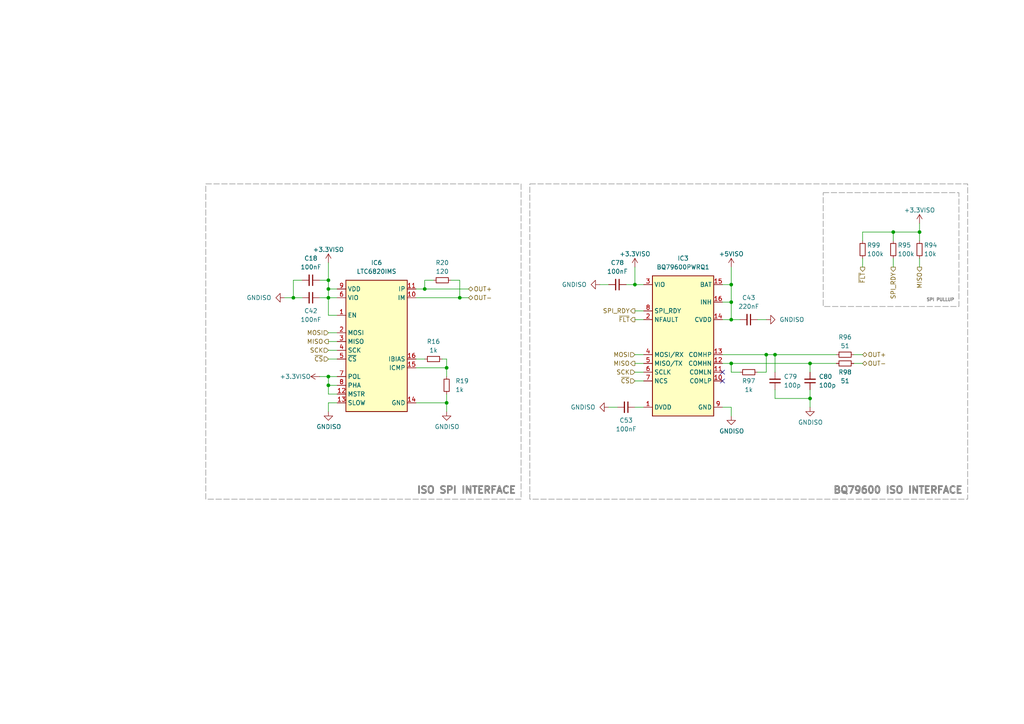
<source format=kicad_sch>
(kicad_sch (version 20231120) (generator "eeschema") (generator_version "8.0")
  (paper "A4")
  (lib_symbols
    (symbol "+3.3V_11" (power) (pin_names (offset 0))
      (property "Value" "+3.3V" (at 0 3.556 0))
      (symbol "+3.3V_11_0_1"
        (polyline (pts (xy -0.762 1.27) (xy 0 2.54)))
        (polyline (pts (xy 0 0) (xy 0 2.54)))
        (polyline (pts (xy 0 2.54) (xy 0.762 1.27)))
      )
      (symbol "+3.3V_11_1_1"
        (pin power_in line (at 0 0 90) (length 0) hide (name "+3V3") (number "1"))
      )
    )
    (symbol "+3.3V_3" (power) (pin_names (offset 0))
      (property "Value" "+3.3V" (at 0 3.556 0))
      (symbol "+3.3V_3_0_1"
        (polyline (pts (xy -0.762 1.27) (xy 0 2.54)))
        (polyline (pts (xy 0 0) (xy 0 2.54)))
        (polyline (pts (xy 0 2.54) (xy 0.762 1.27)))
      )
      (symbol "+3.3V_3_1_1"
        (pin power_in line (at 0 0 90) (length 0) hide (name "+3V3") (number "1"))
      )
    )
    (symbol "+3.3V_4" (power) (pin_names (offset 0))
      (property "Value" "+3.3V" (at 0 3.556 0))
      (symbol "+3.3V_4_0_1"
        (polyline (pts (xy -0.762 1.27) (xy 0 2.54)))
        (polyline (pts (xy 0 0) (xy 0 2.54)))
        (polyline (pts (xy 0 2.54) (xy 0.762 1.27)))
      )
      (symbol "+3.3V_4_1_1"
        (pin power_in line (at 0 0 90) (length 0) hide (name "+3V3") (number "1"))
      )
    )
    (symbol "+3.3V_6" (power) (pin_names (offset 0))
      (property "Value" "+3.3V" (at 0 3.556 0))
      (symbol "+3.3V_6_0_1"
        (polyline (pts (xy -0.762 1.27) (xy 0 2.54)))
        (polyline (pts (xy 0 0) (xy 0 2.54)))
        (polyline (pts (xy 0 2.54) (xy 0.762 1.27)))
      )
      (symbol "+3.3V_6_1_1"
        (pin power_in line (at 0 0 90) (length 0) hide (name "+3V3") (number "1"))
      )
    )
    (symbol "Device:C_Small" (pin_numbers hide) (pin_names (offset 0.254) hide)
      (property "Reference" "C" (at 0.254 1.778 0))
      (property "Value" "C_Small" (at 0.254 -2.032 0))
      (symbol "C_Small_0_1"
        (polyline (pts (xy -1.524 -0.508) (xy 1.524 -0.508)) (stroke (width 0.3302)))
        (polyline (pts (xy -1.524 0.508) (xy 1.524 0.508)) (stroke (width 0.3048)))
      )
      (symbol "C_Small_1_1"
        (pin passive line (at 0 2.54 270) (length 2.032) (name "~") (number "1"))
        (pin passive line (at 0 -2.54 90) (length 2.032) (name "~") (number "2"))
      )
    )
    (symbol "Device:R_Small" (pin_numbers hide) (pin_names (offset 0.254) hide)
      (property "Reference" "R" (at 0.762 0.508 0))
      (property "Value" "R_Small" (at 0.762 -1.016 0))
      (symbol "R_Small_0_1"
        (rectangle (start -0.762 1.778) (end 0.762 -1.778) (stroke (width 0.2032)))
      )
      (symbol "R_Small_1_1"
        (pin passive line (at 0 2.54 270) (length 0.762) (name "~") (number "1"))
        (pin passive line (at 0 -2.54 90) (length 0.762) (name "~") (number "2"))
      )
    )
    (symbol "GND_16" (power) (pin_names (offset 0))
      (property "Value" "GND" (at 0 -3.81 0))
      (symbol "GND_16_0_1"
        (polyline (pts (xy 0 0) (xy 0 -1.27) (xy 1.27 -1.27) (xy 0 -2.54) (xy -1.27 -1.27) (xy 0 -1.27)))
      )
      (symbol "GND_16_1_1"
        (pin power_in line (at 0 0 270) (length 0) hide (name "GND") (number "1"))
      )
    )
    (symbol "GND_17" (power) (pin_names (offset 0))
      (property "Value" "GND" (at 0 -3.81 0))
      (symbol "GND_17_0_1"
        (polyline (pts (xy 0 0) (xy 0 -1.27) (xy 1.27 -1.27) (xy 0 -2.54) (xy -1.27 -1.27) (xy 0 -1.27)))
      )
      (symbol "GND_17_1_1"
        (pin power_in line (at 0 0 270) (length 0) hide (name "GND") (number "1"))
      )
    )
    (symbol "GND_7" (power) (pin_names (offset 0))
      (property "Value" "GND" (at 0 -3.81 0))
      (symbol "GND_7_0_1"
        (polyline (pts (xy 0 0) (xy 0 -1.27) (xy 1.27 -1.27) (xy 0 -2.54) (xy -1.27 -1.27) (xy 0 -1.27)))
      )
      (symbol "GND_7_1_1"
        (pin power_in line (at 0 0 270) (length 0) hide (name "GND") (number "1"))
      )
    )
    (symbol "Samacsys_kicad_sym:BQ79600PWRQ1"
      (property "Reference" "IC3" (at 0 25.4 0))
      (property "Value" "BQ79600PWRQ1" (at 0 22.86 0))
      (symbol "BQ79600PWRQ1_1_1"
        (rectangle (start -8.89 20.32) (end 8.89 -20.32) (stroke (width 0.254)) (fill (type background)))
        (pin passive line (at -11.43 -17.78 0) (length 2.54) (name "DVDD") (number "1"))
        (pin passive line (at 11.43 -10.16 180) (length 2.54) (name "COMLP") (number "10"))
        (pin passive line (at 11.43 -7.62 180) (length 2.54) (name "COMLN") (number "11"))
        (pin passive line (at 11.43 -5.08 180) (length 2.54) (name "COMHN") (number "12"))
        (pin passive line (at 11.43 -2.54 180) (length 2.54) (name "COMHP") (number "13"))
        (pin passive line (at 11.43 7.62 180) (length 2.54) (name "CVDD") (number "14"))
        (pin passive line (at 11.43 17.78 180) (length 2.54) (name "BAT") (number "15"))
        (pin passive line (at 11.43 12.7 180) (length 2.54) (name "INH") (number "16"))
        (pin passive line (at -11.43 7.62 0) (length 2.54) (name "NFAULT") (number "2"))
        (pin passive line (at -11.43 17.78 0) (length 2.54) (name "VIO") (number "3"))
        (pin passive line (at -11.43 -2.54 0) (length 2.54) (name "MOSI/RX") (number "4"))
        (pin passive line (at -11.43 -5.08 0) (length 2.54) (name "MISO/TX") (number "5"))
        (pin passive line (at -11.43 -7.62 0) (length 2.54) (name "SCLK") (number "6"))
        (pin passive line (at -11.43 -10.16 0) (length 2.54) (name "NCS") (number "7"))
        (pin passive line (at -11.43 10.16 0) (length 2.54) (name "SPI_RDY") (number "8"))
        (pin passive line (at 11.43 -17.78 180) (length 2.54) (name "GND") (number "9"))
      )
    )
    (symbol "Samacsys_kicad_sym:LTC6820IMS"
      (property "Reference" "IC6" (at 0 24.13 0))
      (property "Value" "LTC6820IMS" (at 0 21.59 0))
      (symbol "LTC6820IMS_1_1"
        (rectangle (start -8.89 19.05) (end 8.89 -19.05) (stroke (width 0.254)) (fill (type background)))
        (pin input line (at -11.43 8.89 0) (length 2.54) (name "EN") (number "1"))
        (pin input line (at 11.43 13.97 180) (length 2.54) (name "IM") (number "10"))
        (pin input line (at 11.43 16.51 180) (length 2.54) (name "IP") (number "11"))
        (pin input line (at -11.43 -13.97 0) (length 2.54) (name "MSTR") (number "12"))
        (pin input line (at -11.43 -16.51 0) (length 2.54) (name "SLOW") (number "13"))
        (pin power_in line (at 11.43 -16.51 180) (length 2.54) (name "GND") (number "14"))
        (pin input line (at 11.43 -6.35 180) (length 2.54) (name "ICMP") (number "15"))
        (pin input line (at 11.43 -3.81 180) (length 2.54) (name "IBIAS") (number "16"))
        (pin input line (at -11.43 3.81 0) (length 2.54) (name "MOSI") (number "2"))
        (pin output line (at -11.43 1.27 0) (length 2.54) (name "MISO") (number "3"))
        (pin input line (at -11.43 -1.27 0) (length 2.54) (name "SCK") (number "4"))
        (pin input line (at -11.43 -3.81 0) (length 2.54) (name "~{CS}") (number "5"))
        (pin power_in line (at -11.43 13.97 0) (length 2.54) (name "VIO") (number "6"))
        (pin input line (at -11.43 -8.89 0) (length 2.54) (name "POL") (number "7"))
        (pin input line (at -11.43 -11.43 0) (length 2.54) (name "PHA") (number "8"))
        (pin power_in line (at -11.43 16.51 0) (length 2.54) (name "VDD") (number "9"))
      )
    )
  )
  (junction (at 234.95 115.57))
  (junction (at 259.08 67.31))
  (junction (at 224.79 102.87))
  (junction (at 95.25 111.76))
  (junction (at 234.95 105.41))
  (junction (at 123.19 83.82))
  (junction (at 266.7 67.31))
  (junction (at 85.09 86.36))
  (junction (at 129.54 106.68))
  (junction (at 212.09 82.55))
  (junction (at 222.25 102.87))
  (junction (at 95.25 81.28))
  (junction (at 95.25 86.36))
  (junction (at 95.25 83.82))
  (junction (at 129.54 116.84))
  (junction (at 133.35 86.36))
  (junction (at 212.09 92.71))
  (junction (at 184.15 82.55))
  (junction (at 95.25 109.22))
  (junction (at 212.09 105.41))
  (junction (at 212.09 87.63))
  (no_connect (at 209.55 107.95))
  (no_connect (at 209.55 110.49))
  (wire (pts (xy 184.15 107.95) (xy 186.69 107.95)))
  (wire (pts (xy 266.7 64.77) (xy 266.7 67.31)))
  (wire (pts (xy 212.09 92.71) (xy 214.63 92.71)))
  (wire (pts (xy 133.35 86.36) (xy 135.89 86.36)))
  (wire (pts (xy 212.09 105.41) (xy 234.95 105.41)))
  (wire (pts (xy 259.08 67.31) (xy 266.7 67.31)))
  (wire (pts (xy 234.95 113.03) (xy 234.95 115.57)))
  (wire (pts (xy 92.71 109.22) (xy 95.25 109.22)))
  (wire (pts (xy 222.25 107.95) (xy 222.25 102.87)))
  (wire (pts (xy 212.09 92.71) (xy 212.09 87.63)))
  (wire (pts (xy 97.79 116.84) (xy 95.25 116.84)))
  (wire (pts (xy 120.65 104.14) (xy 123.19 104.14)))
  (wire (pts (xy 129.54 114.3) (xy 129.54 116.84)))
  (wire (pts (xy 266.7 67.31) (xy 266.7 69.85)))
  (wire (pts (xy 120.65 83.82) (xy 123.19 83.82)))
  (wire (pts (xy 224.79 102.87) (xy 242.57 102.87)))
  (wire (pts (xy 95.25 99.06) (xy 97.79 99.06)))
  (wire (pts (xy 209.55 92.71) (xy 212.09 92.71)))
  (wire (pts (xy 184.15 118.11) (xy 186.69 118.11)))
  (wire (pts (xy 95.25 76.2) (xy 95.25 81.28)))
  (wire (pts (xy 181.61 82.55) (xy 184.15 82.55)))
  (wire (pts (xy 184.15 90.17) (xy 186.69 90.17)))
  (wire (pts (xy 128.27 104.14) (xy 129.54 104.14)))
  (wire (pts (xy 234.95 115.57) (xy 224.79 115.57)))
  (wire (pts (xy 184.15 77.47) (xy 184.15 82.55)))
  (wire (pts (xy 95.25 101.6) (xy 97.79 101.6)))
  (wire (pts (xy 129.54 116.84) (xy 129.54 119.38)))
  (wire (pts (xy 95.25 86.36) (xy 95.25 91.44)))
  (wire (pts (xy 212.09 105.41) (xy 212.09 107.95)))
  (wire (pts (xy 120.65 106.68) (xy 129.54 106.68)))
  (wire (pts (xy 222.25 102.87) (xy 224.79 102.87)))
  (wire (pts (xy 214.63 107.95) (xy 212.09 107.95)))
  (wire (pts (xy 234.95 105.41) (xy 234.95 107.95)))
  (wire (pts (xy 129.54 116.84) (xy 120.65 116.84)))
  (wire (pts (xy 209.55 87.63) (xy 212.09 87.63)))
  (wire (pts (xy 176.53 82.55) (xy 173.99 82.55)))
  (wire (pts (xy 250.19 74.93) (xy 250.19 77.47)))
  (wire (pts (xy 186.69 82.55) (xy 184.15 82.55)))
  (wire (pts (xy 209.55 105.41) (xy 212.09 105.41)))
  (wire (pts (xy 95.25 83.82) (xy 97.79 83.82)))
  (wire (pts (xy 95.25 81.28) (xy 95.25 83.82)))
  (wire (pts (xy 95.25 109.22) (xy 95.25 111.76)))
  (wire (pts (xy 92.71 86.36) (xy 95.25 86.36)))
  (wire (pts (xy 92.71 81.28) (xy 95.25 81.28)))
  (wire (pts (xy 123.19 81.28) (xy 123.19 83.82)))
  (wire (pts (xy 95.25 96.52) (xy 97.79 96.52)))
  (wire (pts (xy 95.25 114.3) (xy 97.79 114.3)))
  (wire (pts (xy 97.79 91.44) (xy 95.25 91.44)))
  (wire (pts (xy 224.79 115.57) (xy 224.79 113.03)))
  (wire (pts (xy 266.7 74.93) (xy 266.7 77.47)))
  (wire (pts (xy 209.55 102.87) (xy 222.25 102.87)))
  (wire (pts (xy 95.25 86.36) (xy 95.25 83.82)))
  (wire (pts (xy 133.35 81.28) (xy 133.35 86.36)))
  (wire (pts (xy 95.25 86.36) (xy 97.79 86.36)))
  (wire (pts (xy 85.09 86.36) (xy 87.63 86.36)))
  (wire (pts (xy 97.79 111.76) (xy 95.25 111.76)))
  (wire (pts (xy 184.15 110.49) (xy 186.69 110.49)))
  (wire (pts (xy 125.73 81.28) (xy 123.19 81.28)))
  (wire (pts (xy 82.55 86.36) (xy 85.09 86.36)))
  (wire (pts (xy 130.81 81.28) (xy 133.35 81.28)))
  (wire (pts (xy 184.15 102.87) (xy 186.69 102.87)))
  (wire (pts (xy 212.09 118.11) (xy 212.09 120.65)))
  (wire (pts (xy 247.65 105.41) (xy 250.19 105.41)))
  (wire (pts (xy 234.95 105.41) (xy 242.57 105.41)))
  (wire (pts (xy 176.53 118.11) (xy 179.07 118.11)))
  (wire (pts (xy 129.54 109.22) (xy 129.54 106.68)))
  (wire (pts (xy 234.95 115.57) (xy 234.95 118.11)))
  (wire (pts (xy 120.65 86.36) (xy 133.35 86.36)))
  (wire (pts (xy 250.19 67.31) (xy 259.08 67.31)))
  (wire (pts (xy 95.25 111.76) (xy 95.25 114.3)))
  (wire (pts (xy 184.15 92.71) (xy 186.69 92.71)))
  (wire (pts (xy 85.09 81.28) (xy 85.09 86.36)))
  (wire (pts (xy 224.79 102.87) (xy 224.79 107.95)))
  (wire (pts (xy 219.71 92.71) (xy 222.25 92.71)))
  (wire (pts (xy 209.55 118.11) (xy 212.09 118.11)))
  (wire (pts (xy 247.65 102.87) (xy 250.19 102.87)))
  (wire (pts (xy 95.25 104.14) (xy 97.79 104.14)))
  (wire (pts (xy 259.08 74.93) (xy 259.08 77.47)))
  (wire (pts (xy 95.25 116.84) (xy 95.25 119.38)))
  (wire (pts (xy 129.54 104.14) (xy 129.54 106.68)))
  (wire (pts (xy 212.09 87.63) (xy 212.09 82.55)))
  (wire (pts (xy 212.09 77.47) (xy 212.09 82.55)))
  (wire (pts (xy 97.79 109.22) (xy 95.25 109.22)))
  (wire (pts (xy 259.08 67.31) (xy 259.08 69.85)))
  (wire (pts (xy 250.19 69.85) (xy 250.19 67.31)))
  (wire (pts (xy 219.71 107.95) (xy 222.25 107.95)))
  (wire (pts (xy 123.19 83.82) (xy 135.89 83.82)))
  (wire (pts (xy 87.63 81.28) (xy 85.09 81.28)))
  (wire (pts (xy 184.15 105.41) (xy 186.69 105.41)))
  (wire (pts (xy 212.09 82.55) (xy 209.55 82.55)))
  (rectangle (start 153.67 53.34) (end 280.67 144.78) (stroke (width 0) (type dash) (color 132 132 132 1)))
  (rectangle (start 238.76 55.88) (end 278.13 88.9) (stroke (width 0) (type dash) (color 132 132 132 1)))
  (rectangle (start 59.69 53.34) (end 151.13 144.78) (stroke (width 0) (type dash) (color 132 132 132 1)))
  (text "ISO SPI INTERFACE" (at 149.86 143.51 0) (effects (font (size 2 2) (thickness 1) (bold yes)) (justify right bottom)))
  (text "SPI PULLUP" (at 276.86 87.63 0) (effects (font (size 0.889 0.889) (thickness 1) (bold yes)) (justify right bottom)))
  (text "BQ79600 ISO INTERFACE" (at 279.4 143.51 0) (effects (font (size 2 2) (thickness 1) (bold yes)) (justify right bottom)))
  (hierarchical_label "SPI_RDY" (shape output) (at 184.15 90.17 180))
  (hierarchical_label "~{FLT}" (shape output) (at 184.15 92.71 180))
  (hierarchical_label "~{CS}" (shape input) (at 184.15 110.49 180))
  (hierarchical_label "OUT+" (shape bidirectional) (at 135.89 83.82 0))
  (hierarchical_label "MISO" (shape output) (at 184.15 105.41 180))
  (hierarchical_label "MISO" (shape output) (at 266.7 77.47 270))
  (hierarchical_label "SCK" (shape input) (at 95.25 101.6 180))
  (hierarchical_label "~{FLT}" (shape output) (at 250.19 77.47 270))
  (hierarchical_label "SCK" (shape input) (at 184.15 107.95 180))
  (hierarchical_label "MOSI" (shape input) (at 184.15 102.87 180))
  (hierarchical_label "MISO" (shape output) (at 95.25 99.06 180))
  (hierarchical_label "OUT+" (shape bidirectional) (at 250.19 102.87 0))
  (hierarchical_label "OUT-" (shape bidirectional) (at 250.19 105.41 0))
  (hierarchical_label "SPI_RDY" (shape output) (at 259.08 77.47 270))
  (hierarchical_label "MOSI" (shape input) (at 95.25 96.52 180))
  (hierarchical_label "OUT-" (shape bidirectional) (at 135.89 86.36 0))
  (hierarchical_label "~{CS}" (shape input) (at 95.25 104.14 180))
  (symbol (lib_id "Device:C_Small") (at 90.17 86.36 270) (unit 1)
    (property "Reference" "C42" (at 90.17 90.17 90))
    (property "Value" "100nF" (at 90.17 92.71 90))
    (property "Footprint" "Capacitor_SMD:C_0603_1608Metric" (effects (hide yes)))
    (property "Manufacturer_Name" "--" (effects (hide yes)))
    (property "Manufacturer_Part_Number" "--" (effects (hide yes)))
    (property "Mouser Price/Stock" "https://www.mouser.pl/ProductDetail/KEMET/C0603C104J3RACTU?qs=EHsFn6hSx4W0Oy0I8JUofQ%3D%3D" (effects (hide yes)))
  )
  (symbol (lib_name "GND_17") (lib_id "power:GND") (at 176.53 118.11 270) (unit 1)
    (property "Reference" "#PWR0158" (effects (hide yes)))
    (property "Value" "GNDISO" (at 172.72 118.11 90) (effects (justify right)))
  )
  (symbol (lib_id "Samacsys_kicad_sym:LTC6820IMS") (at 109.22 100.33 0) (unit 1)
    (property "Reference" "IC6" (at 109.22 76.2 0))
    (property "Value" "LTC6820IMS" (at 109.22 78.74 0))
    (property "Footprint" "Package_SO:MSOP-16_3x4.039mm_P0.5mm" (effects (hide yes)))
    (property "Datasheet" "https://www.mouser.pl/datasheet/2/609/LTC6820-1601976.pdf" (effects (hide yes)))
    (property "Description" "Interface - Specialized isoSPI Iso Communications Int" (effects (hide yes)))
    (property "Mouser Part Number" "LTC6820IMS#PBF" (effects (hide yes)))
    (property "Mouser Price/Stock" "https://www.mouser.pl/ProductDetail/Analog-Devices/LTC6820IMSPBF?qs=hVkxg5c3xu9mQWZApkXW1Q%3D%3D" (effects (hide yes)))
  )
  (symbol (lib_name "GND_7") (lib_id "power:GND") (at 234.95 118.11 0) (unit 1)
    (property "Reference" "#PWR0160" (effects (hide yes)))
    (property "Value" "GNDISO" (at 235.077 122.5042 0))
  )
  (symbol (lib_id "Device:C_Small") (at 224.79 110.49 180) (unit 1)
    (property "Reference" "C79" (at 227.33 109.22 0) (effects (justify right)))
    (property "Value" "100p" (at 227.33 111.76 0) (effects (justify right)))
    (property "Footprint" "Capacitor_SMD:C_0603_1608Metric" (effects (hide yes)))
    (property "Manufacturer_Name" "--" (effects (hide yes)))
    (property "Manufacturer_Part_Number" "--" (effects (hide yes)))
  )
  (symbol (lib_name "GND_17") (lib_id "power:GND") (at 173.99 82.55 270) (unit 1)
    (property "Reference" "#PWR0155" (effects (hide yes)))
    (property "Value" "GNDISO" (at 170.18 82.55 90) (effects (justify right)))
  )
  (symbol (lib_id "Device:R_Small") (at 217.17 107.95 90) (mirror x) (unit 1)
    (property "Reference" "R97" (at 217.17 110.49 90))
    (property "Value" "1k" (at 217.17 113.03 90))
    (property "Footprint" "Resistor_SMD:R_0603_1608Metric" (effects (hide yes)))
    (property "Manufacturer_Name" "--" (effects (hide yes)))
    (property "Manufacturer_Part_Number" "--" (effects (hide yes)))
  )
  (symbol (lib_name "GND_17") (lib_id "power:GND") (at 222.25 92.71 90) (unit 1)
    (property "Reference" "#PWR0157" (effects (hide yes)))
    (property "Value" "GNDISO" (at 226.06 92.71 90) (effects (justify right)))
  )
  (symbol (lib_name "+3.3V_4") (lib_id "power:+3.3V") (at 95.25 76.2 0) (unit 1)
    (property "Reference" "#PWR096" (effects (hide yes)))
    (property "Value" "+3.3VISO" (at 95.25 72.39 0))
  )
  (symbol (lib_id "Device:C_Small") (at 217.17 92.71 270) (mirror x) (unit 1)
    (property "Reference" "C43" (at 217.17 86.36 90))
    (property "Value" "220nF" (at 217.17 88.9 90))
    (property "Footprint" "Capacitor_SMD:C_0603_1608Metric" (effects (hide yes)))
    (property "Manufacturer_Name" "--" (effects (hide yes)))
    (property "Manufacturer_Part_Number" "--" (effects (hide yes)))
  )
  (symbol (lib_id "Device:R_Small") (at 259.08 72.39 0) (unit 1)
    (property "Reference" "R95" (at 260.35 71.12 0) (effects (justify left)))
    (property "Value" "100k" (at 260.35 73.66 0) (effects (justify left)))
    (property "Footprint" "Resistor_SMD:R_0603_1608Metric" (effects (hide yes)))
    (property "Manufacturer_Name" "--" (effects (hide yes)))
    (property "Manufacturer_Part_Number" "--" (effects (hide yes)))
    (property "Mouser Price/Stock" "https://www.mouser.pl/ProductDetail/YAGEO/RT0603DRE07100KL?qs=sGAEpiMZZMvdGkrng054t1nmr2c61WvadC66rbrHowc%3D" (effects (hide yes)))
  )
  (symbol (lib_id "Device:C_Small") (at 90.17 81.28 270) (mirror x) (unit 1)
    (property "Reference" "C18" (at 90.17 74.93 90))
    (property "Value" "100nF" (at 90.17 77.47 90))
    (property "Footprint" "Capacitor_SMD:C_0603_1608Metric" (effects (hide yes)))
    (property "Manufacturer_Name" "--" (effects (hide yes)))
    (property "Manufacturer_Part_Number" "--" (effects (hide yes)))
    (property "Mouser Price/Stock" "https://www.mouser.pl/ProductDetail/KEMET/C0603C104J3RACTU?qs=EHsFn6hSx4W0Oy0I8JUofQ%3D%3D" (effects (hide yes)))
  )
  (symbol (lib_name "GND_7") (lib_id "power:GND") (at 129.54 119.38 0) (unit 1)
    (property "Reference" "#PWR098" (effects (hide yes)))
    (property "Value" "GNDISO" (at 129.667 123.7742 0))
  )
  (symbol (lib_id "Device:R_Small") (at 245.11 102.87 270) (unit 1)
    (property "Reference" "R96" (at 245.11 97.79 90))
    (property "Value" "51" (at 245.11 100.33 90))
    (property "Footprint" "Resistor_SMD:R_0603_1608Metric" (effects (hide yes)))
    (property "Manufacturer_Name" "--" (effects (hide yes)))
    (property "Manufacturer_Part_Number" "--" (effects (hide yes)))
  )
  (symbol (lib_name "+3.3V_11") (lib_id "power:+3.3V") (at 212.09 77.47 0) (mirror y) (unit 1)
    (property "Reference" "#PWR0140" (effects (hide yes)))
    (property "Value" "+5VISO" (at 212.09 73.66 0))
  )
  (symbol (lib_id "Device:R_Small") (at 250.19 72.39 0) (unit 1)
    (property "Reference" "R99" (at 251.46 71.12 0) (effects (justify left)))
    (property "Value" "100k" (at 251.46 73.66 0) (effects (justify left)))
    (property "Footprint" "Resistor_SMD:R_0603_1608Metric" (effects (hide yes)))
    (property "Manufacturer_Name" "--" (effects (hide yes)))
    (property "Manufacturer_Part_Number" "--" (effects (hide yes)))
    (property "Mouser Price/Stock" "https://www.mouser.pl/ProductDetail/YAGEO/RT0603DRE07100KL?qs=sGAEpiMZZMvdGkrng054t1nmr2c61WvadC66rbrHowc%3D" (effects (hide yes)))
  )
  (symbol (lib_name "+3.3V_3") (lib_id "power:+3.3V") (at 266.7 64.77 0) (unit 1)
    (property "Reference" "#PWR0153" (effects (hide yes)))
    (property "Value" "+3.3VISO" (at 266.7 60.96 0))
  )
  (symbol (lib_id "Device:C_Small") (at 234.95 110.49 180) (unit 1)
    (property "Reference" "C80" (at 237.49 109.22 0) (effects (justify right)))
    (property "Value" "100p" (at 237.49 111.76 0) (effects (justify right)))
    (property "Footprint" "Capacitor_SMD:C_0603_1608Metric" (effects (hide yes)))
    (property "Manufacturer_Name" "--" (effects (hide yes)))
    (property "Manufacturer_Part_Number" "--" (effects (hide yes)))
  )
  (symbol (lib_name "GND_17") (lib_id "power:GND") (at 82.55 86.36 270) (unit 1)
    (property "Reference" "#PWR074" (effects (hide yes)))
    (property "Value" "GNDISO" (at 78.74 86.36 90) (effects (justify right)))
  )
  (symbol (lib_id "Device:C_Small") (at 179.07 82.55 270) (mirror x) (unit 1)
    (property "Reference" "C78" (at 179.07 76.2 90))
    (property "Value" "100nF" (at 179.07 78.74 90))
    (property "Footprint" "Capacitor_SMD:C_0603_1608Metric" (effects (hide yes)))
    (property "Manufacturer_Name" "--" (effects (hide yes)))
    (property "Manufacturer_Part_Number" "--" (effects (hide yes)))
    (property "Mouser Price/Stock" "https://www.mouser.pl/ProductDetail/KEMET/C0603C104J3RACTU?qs=EHsFn6hSx4W0Oy0I8JUofQ%3D%3D" (effects (hide yes)))
  )
  (symbol (lib_id "Device:R_Small") (at 266.7 72.39 0) (unit 1)
    (property "Reference" "R94" (at 267.97 71.12 0) (effects (justify left)))
    (property "Value" "10k" (at 267.97 73.66 0) (effects (justify left)))
    (property "Footprint" "Resistor_SMD:R_0603_1608Metric" (effects (hide yes)))
    (property "Manufacturer_Name" "--" (effects (hide yes)))
    (property "Manufacturer_Part_Number" "--" (effects (hide yes)))
    (property "Mouser Price/Stock" "https://www.mouser.pl/ProductDetail/YAGEO/RT0603DRE07100KL?qs=sGAEpiMZZMvdGkrng054t1nmr2c61WvadC66rbrHowc%3D" (effects (hide yes)))
  )
  (symbol (lib_name "+3.3V_4") (lib_id "power:+3.3V") (at 184.15 77.47 0) (unit 1)
    (property "Reference" "#PWR0154" (effects (hide yes)))
    (property "Value" "+3.3VISO" (at 184.15 73.66 0))
  )
  (symbol (lib_name "GND_16") (lib_id "power:GND") (at 95.25 119.38 0) (unit 1)
    (property "Reference" "#PWR097" (effects (hide yes)))
    (property "Value" "GNDISO" (at 95.377 123.7742 0))
  )
  (symbol (lib_id "Device:R_Small") (at 125.73 104.14 270) (unit 1)
    (property "Reference" "R16" (at 125.73 99.06 90))
    (property "Value" "1k" (at 125.73 101.6 90))
    (property "Footprint" "Resistor_SMD:R_0603_1608Metric" (effects (hide yes)))
    (property "Manufacturer_Name" "--" (effects (hide yes)))
    (property "Manufacturer_Part_Number" "--" (effects (hide yes)))
  )
  (symbol (lib_name "+3.3V_6") (lib_id "power:+3.3V") (at 92.71 109.22 90) (unit 1)
    (property "Reference" "#PWR090" (effects (hide yes)))
    (property "Value" "+3.3VISO" (at 90.17 109.22 90) (effects (justify left)))
  )
  (symbol (lib_id "Device:R_Small") (at 128.27 81.28 90) (unit 1)
    (property "Reference" "R20" (at 128.27 76.2 90))
    (property "Value" "120" (at 128.27 78.74 90))
    (property "Footprint" "Resistor_SMD:R_0603_1608Metric" (effects (hide yes)))
    (property "Manufacturer_Name" "--" (effects (hide yes)))
    (property "Manufacturer_Part_Number" "--" (effects (hide yes)))
  )
  (symbol (lib_id "Device:R_Small") (at 245.11 105.41 270) (unit 1)
    (property "Reference" "R98" (at 245.11 107.95 90))
    (property "Value" "51" (at 245.11 110.49 90))
    (property "Footprint" "Resistor_SMD:R_0603_1608Metric" (effects (hide yes)))
    (property "Manufacturer_Name" "--" (effects (hide yes)))
    (property "Manufacturer_Part_Number" "--" (effects (hide yes)))
  )
  (symbol (lib_id "Device:R_Small") (at 129.54 111.76 180) (unit 1)
    (property "Reference" "R19" (at 132.08 110.49 0) (effects (justify right)))
    (property "Value" "1k" (at 132.08 113.03 0) (effects (justify right)))
    (property "Footprint" "Resistor_SMD:R_0603_1608Metric" (effects (hide yes)))
    (property "Manufacturer_Name" "--" (effects (hide yes)))
    (property "Manufacturer_Part_Number" "--" (effects (hide yes)))
  )
  (symbol (lib_id "Device:C_Small") (at 181.61 118.11 270) (mirror x) (unit 1)
    (property "Reference" "C53" (at 181.61 121.92 90))
    (property "Value" "100nF" (at 181.61 124.46 90))
    (property "Footprint" "Capacitor_SMD:C_0603_1608Metric" (effects (hide yes)))
    (property "Manufacturer_Name" "--" (effects (hide yes)))
    (property "Manufacturer_Part_Number" "--" (effects (hide yes)))
    (property "Mouser Price/Stock" "https://www.mouser.pl/ProductDetail/KEMET/C0603C104J3RACTU?qs=EHsFn6hSx4W0Oy0I8JUofQ%3D%3D" (effects (hide yes)))
  )
  (symbol (lib_name "GND_7") (lib_id "power:GND") (at 212.09 120.65 0) (unit 1)
    (property "Reference" "#PWR0159" (effects (hide yes)))
    (property "Value" "GNDISO" (at 212.217 125.0442 0))
  )
  (symbol (lib_id "Samacsys_kicad_sym:BQ79600PWRQ1") (at 198.12 100.33 0) (unit 1)
    (property "Reference" "IC3" (at 198.12 74.93 0))
    (property "Value" "BQ79600PWRQ1" (at 198.12 77.47 0))
    (property "Footprint" "Package_SO:TSSOP-16_4.4x5mm_P0.65mm" (effects (hide yes)))
    (property "Datasheet" "https://www.ti.com/lit/ds/symlink/bq79600-q1.pdf" (effects (hide yes)))
    (property "Description" "Battery Management Automotive SPI/UART communication interface functional-safety compliant with automatic host wakeup" (effects (hide yes)))
    (property "Height" "1.2" (effects (hide yes)))
    (property "Mouser Part Number" "595-BQ79600PWRQ1" (effects (hide yes)))
    (property "Mouser Price/Stock" "https://www.mouser.co.uk/ProductDetail/Texas-Instruments/BQ79600PWRQ1?qs=bAKSY%2FctAC74v4PXQeVHrA%3D%3D" (effects (hide yes)))
    (property "Manufacturer_Name" "Texas Instruments" (effects (hide yes)))
    (property "Manufacturer_Part_Number" "BQ79600PWRQ1" (effects (hide yes)))
  )
)
</source>
